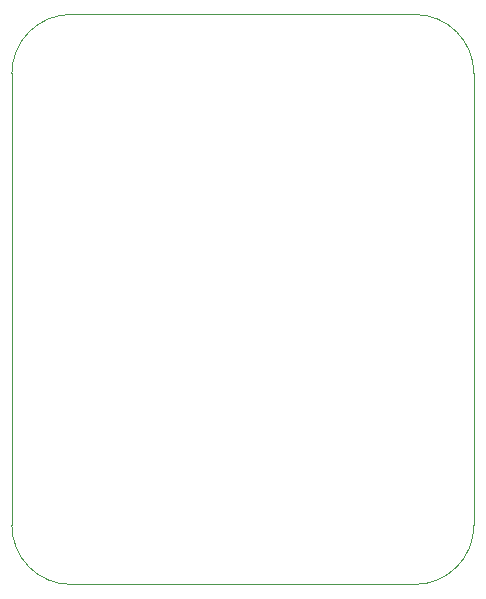
<source format=gbr>
%TF.GenerationSoftware,KiCad,Pcbnew,9.0.6*%
%TF.CreationDate,2025-12-22T16:44:40+00:00*%
%TF.ProjectId,MotorizationKit,4d6f746f-7269-47a6-9174-696f6e4b6974,rev?*%
%TF.SameCoordinates,Original*%
%TF.FileFunction,Profile,NP*%
%FSLAX46Y46*%
G04 Gerber Fmt 4.6, Leading zero omitted, Abs format (unit mm)*
G04 Created by KiCad (PCBNEW 9.0.6) date 2025-12-22 16:44:40*
%MOMM*%
%LPD*%
G01*
G04 APERTURE LIST*
%TA.AperFunction,Profile*%
%ADD10C,0.050000*%
%TD*%
G04 APERTURE END LIST*
D10*
X173736000Y-132160000D02*
G75*
G02*
X168736000Y-137160000I-5000000J0D01*
G01*
X134620000Y-132160000D02*
X134620000Y-93900000D01*
X139620000Y-137160000D02*
G75*
G02*
X134620000Y-132160000I0J5000000D01*
G01*
X173736000Y-93900000D02*
X173736000Y-132160000D01*
X134620000Y-93900000D02*
G75*
G02*
X139620000Y-88900000I5000000J0D01*
G01*
X168736000Y-88900000D02*
G75*
G02*
X173736000Y-93900000I0J-5000000D01*
G01*
X168736000Y-137160000D02*
X139620000Y-137160000D01*
X139620000Y-88900000D02*
X168736000Y-88900000D01*
M02*

</source>
